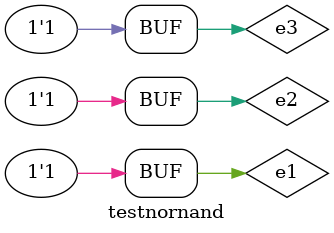
<source format=v>

module metodonornand (s4,e1,e2,e3);

output s4;
input  e1,e2,e3;

assign s4 = ~(e1 | e2 | e3);

endmodule



module testnornand;

reg e1,e2,e3;
wire s1,s,s2,s3,s4;

metodonornand NORNAND1 ( s1,e1,e1,e1 );
metodonornand NORNAND2 ( s,e2,e2,e2 );
metodonornand NORNAND3 ( s2,e3,e3,e3 );
metodonornand NORNAND4 ( s3,s1,s,s2 );
metodonornand NORNAND5 ( s4,s3,s3,s3 );



initial begin:start
      e1=0; e2=0; e3=0;
		
end

initial begin:main

   #1 $display (" Tabela verdade da porta NOR com 3 entradas utilizando portas NAND ");
   #1 $display (" ~(e1 | e2 | e3) = s ");
	
	$monitor (" %b | %b | %b = %b ", e1,e2,e3,s4);
	   #1 e1=0;    e2=0;    e3=1;
      #1 e1=0;    e2=1;    e3=0;
      #1 e1=0;    e2=1;    e3=1;
		#1 e1=1;    e2=0;    e3=0;
		#1 e1=1;    e2=0;    e3=1;
		#1 e1=1;    e2=1;    e3=0;
		#1 e1=1;    e2=1;    e3=1;

	
end

endmodule

/* registrando o modulo
  Tabela verdade da porta NOR com 3 entradas utilizando portas NAND 
     ~(e1 | e2 | e3) = s 
     0 | 0 | 0 = 1 
     0 | 0 | 1 = 1 
     0 | 1 | 0 = 1 
     0 | 1 | 1 = 1 
     1 | 0 | 0 = 1 
     1 | 0 | 1 = 1 
     1 | 1 | 0 = 1 
     1 | 1 | 1 = 0 
    
     ----jGRASP: operation complete.
    */

</source>
